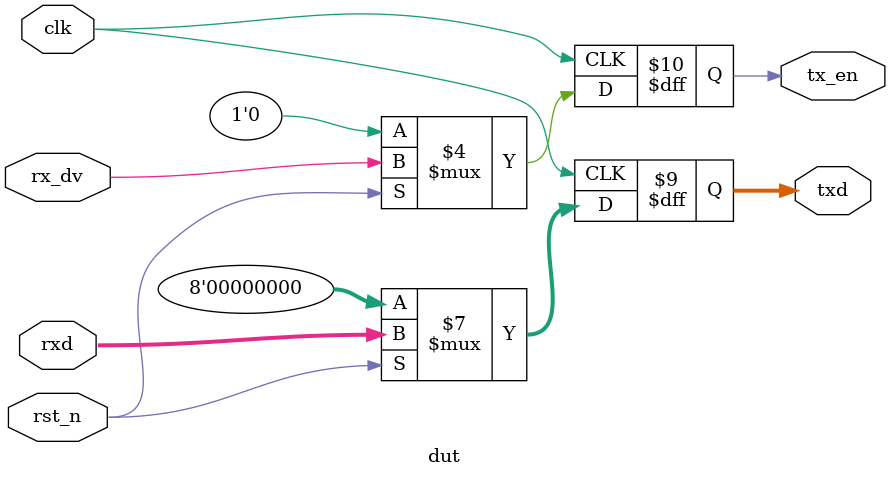
<source format=sv>
module dut(clk,
           rst_n, 
           rxd,
           rx_dv,
           txd,
           tx_en);
input clk;
input rst_n;
input[7:0] rxd;
input rx_dv;
output [7:0] txd;
output tx_en;

reg[7:0] txd;
reg tx_en;

always @(posedge clk) begin
   if(!rst_n) begin
      txd <= 8'b0;
      tx_en <= 1'b0;
   end
   else begin
      txd <= rxd;
      tx_en <= rx_dv;
   end
end
endmodule



</source>
